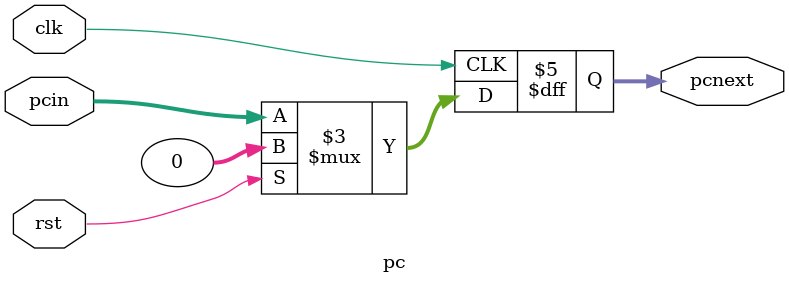
<source format=v>
module pc(pcnext,pcin,clk,rst);
input wire [31:0]pcin;
output reg [31:0]pcnext;
input wire clk,rst;
always @(posedge clk ) begin
    if(rst)
    pcnext=32'h0;
    else
        pcnext=pcin;
end
endmodule
</source>
